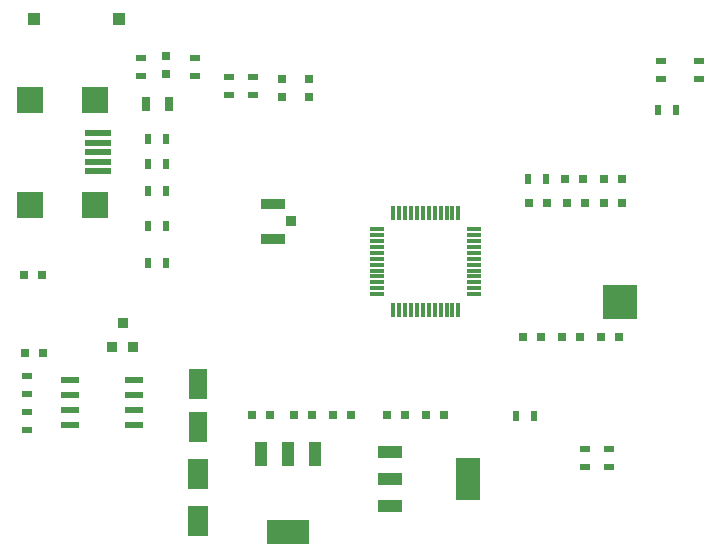
<source format=gbr>
G04 CAM350 V9.5.1 (Build 211) Date:  Fri May 13 20:41:24 2016 *
G04 Database: (Untitled) *
G04 Layer 7: STM32duino-F_Pa *
%FSLAX46Y46*%
%MOMM*%
%SFA1.000B1.000*%

%MIA0B0*%
%IPPOS*%
%ADD29R,0.80000X0.75000*%
%ADD72R,0.75000X0.80000*%
%ADD73R,1.80086X2.49936*%
%ADD30R,0.79756X0.79756*%
%ADD31R,0.50000X0.90000*%
%ADD32R,0.91440X0.91440*%
%ADD33R,0.90000X0.50000*%
%ADD34R,1.00076X1.00076*%
%ADD35R,3.65760X2.03200*%
%ADD36R,1.01600X2.03200*%
%ADD37R,2.03200X3.65760*%
%ADD38R,2.03200X1.01600*%
%ADD39R,1.30048X0.29972*%
%ADD40R,0.29972X1.30048*%
%ADD43R,1.55000X0.60000*%
%ADD44R,3.00000X3.00000*%
%ADD45R,1.60020X2.60096*%
%ADD46R,0.70000X1.30000*%
%ADD47R,2.19710X2.19710*%
%ADD48R,2.19710X0.49784*%
%ADD51R,2.10000X0.95000*%
%ADD52R,0.95000X0.90000*%
%LNSTM32duino-F_Pa*%
%LPD*%
G54D29*
X166636000Y-95885000D03*
X168136000D03*
X159778000Y-109220000D03*
X161278000D03*
X164834000Y-95885000D03*
X163334000D03*
G54D72*
X139319000Y-87388000D03*
Y-88888000D03*
X129540000Y-85483000D03*
Y-86983000D03*
G54D29*
X160286000Y-97917000D03*
X161786000D03*
G54D72*
X141605000Y-87388000D03*
Y-88888000D03*
G54D29*
X149721000Y-115824000D03*
X148221000D03*
X138291000D03*
X136791000D03*
X145149000D03*
X143649000D03*
X166636000Y-97917000D03*
X168136000D03*
X164961000D03*
X163461000D03*
X164580000Y-109220000D03*
X163080000D03*
X166382000D03*
X167882000D03*
X140347000Y-115824000D03*
X141847000D03*
G54D73*
X132207000Y-120810020D03*
Y-124807980D03*
G54D30*
X117487700Y-104013000D03*
X118986300D03*
G54D31*
X161659000Y-95885000D03*
X160159000D03*
G54D32*
X126746000Y-110109000D03*
X124968000D03*
X125857000Y-108077000D03*
G54D33*
X127381000Y-87110000D03*
Y-85610000D03*
X131953000Y-87110000D03*
Y-85610000D03*
G54D31*
X160643000Y-115951000D03*
X159143000D03*
G54D33*
X164973000Y-118757000D03*
Y-120257000D03*
X167005000Y-118757000D03*
Y-120257000D03*
X117729000Y-117082000D03*
Y-115582000D03*
G54D31*
X128028000Y-94615000D03*
X129528000D03*
X128028000Y-92456000D03*
X129528000D03*
X128028000Y-96901000D03*
X129528000D03*
X129477200Y-99872800D03*
X127977200D03*
X128028000Y-102997000D03*
X129528000D03*
G54D33*
X117729000Y-114034000D03*
Y-112534000D03*
X134874000Y-88761000D03*
Y-87261000D03*
X136906000Y-88761000D03*
Y-87261000D03*
G54D31*
X171208000Y-90043000D03*
X172708000D03*
G54D34*
X118320820Y-82296000D03*
X125519180D03*
G54D35*
X139827000Y-125730000D03*
G54D36*
Y-119126000D03*
X137541000D03*
X142113000D03*
G54D37*
X155067000Y-121285000D03*
G54D38*
X148463000D03*
Y-123571000D03*
Y-118999000D03*
G54D39*
X155610560Y-104119680D03*
Y-103619300D03*
Y-103118920D03*
Y-102621080D03*
Y-102120700D03*
Y-105620820D03*
Y-105120440D03*
Y-104620060D03*
G54D40*
X154261820Y-98770440D03*
X153761440D03*
X153261060D03*
X152760680D03*
X152260300D03*
X151759920D03*
X151262080D03*
X150761700D03*
G54D39*
X147411440Y-100119180D03*
Y-100619560D03*
Y-101119940D03*
Y-101620320D03*
Y-102120700D03*
Y-102621080D03*
Y-103118920D03*
Y-103619300D03*
G54D40*
X148760180Y-106969560D03*
X149260560D03*
X149760940D03*
X150261320D03*
X150761700D03*
X151262080D03*
X151759920D03*
X152260300D03*
G54D39*
X155610560Y-101620320D03*
Y-101119940D03*
Y-100619560D03*
Y-100119180D03*
G54D40*
X150261320Y-98770440D03*
X149760940D03*
X149260560D03*
X148760180D03*
G54D39*
X147411440Y-104119680D03*
Y-104620060D03*
Y-105120440D03*
Y-105620820D03*
G54D40*
X152760680Y-106969560D03*
X153261060D03*
X153761440D03*
X154261820D03*
G54D51*
X138557000Y-100916000D03*
Y-97966000D03*
G54D52*
X140082000Y-99441000D03*
G54D43*
X121379000Y-112903000D03*
Y-114173000D03*
Y-115443000D03*
Y-116713000D03*
X126779000D03*
Y-115443000D03*
Y-114173000D03*
Y-112903000D03*
G54D44*
X167922000Y-106299000D03*
G54D45*
X132207000Y-113261140D03*
Y-116862860D03*
G54D29*
X119114000Y-110617000D03*
X117614000D03*
X151523000Y-115824000D03*
X153023000D03*
G54D46*
X127828000Y-89535000D03*
X129728000D03*
G54D47*
X123507500Y-98028760D03*
G54D48*
X123786900Y-92001340D03*
Y-92801440D03*
Y-93599000D03*
Y-94396560D03*
Y-95196660D03*
G54D47*
X123507500Y-89169240D03*
X118008400D03*
Y-98028760D03*
G54D33*
X174625000Y-85864000D03*
Y-87364000D03*
X171450000Y-85864000D03*
Y-87364000D03*
M02*

</source>
